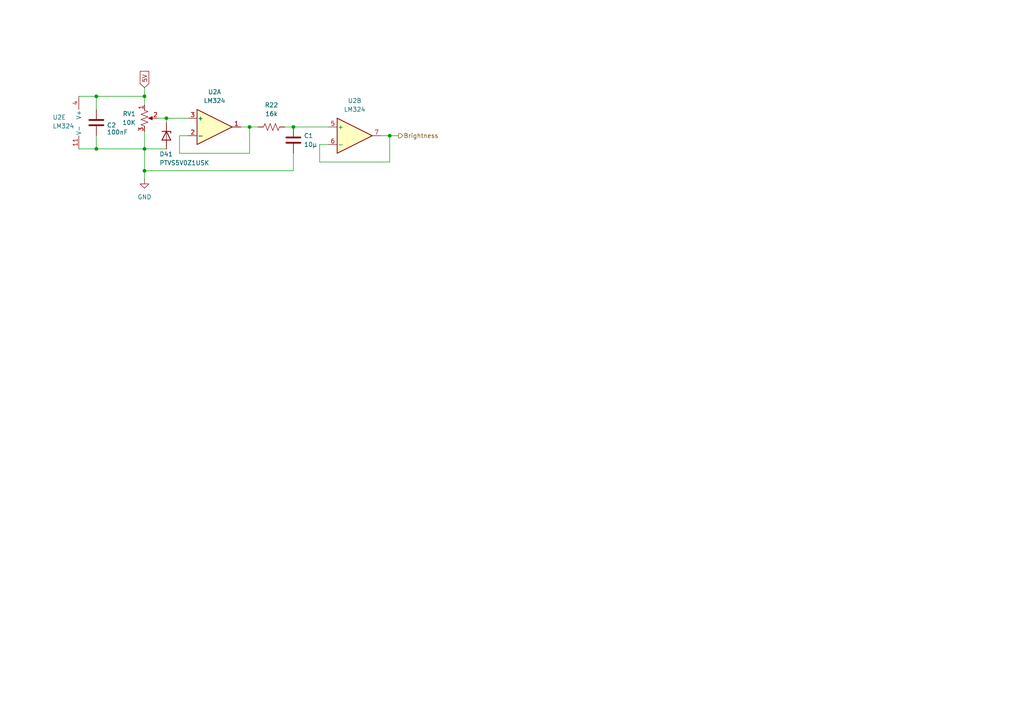
<source format=kicad_sch>
(kicad_sch (version 20231120) (generator "eeschema") (generator_version "8.0")
  (paper "A4")
  (title_block (date "2024-04-01") (rev "1"))
  (lib_symbols
    (symbol "Amplifier_Operational:LM324" (pin_names (offset 0.127))
      (property "Reference" "U" (at 0 5.08 0))
      (property "Value" "LM324" (at 0 -5.08 0))
      (symbol "LM324_1_1"
        (polyline (pts (xy -5.08 5.08) (xy 5.08 0) (xy -5.08 -5.08) (xy -5.08 5.08)) (stroke (width 0.254)) (fill (type background)))
        (pin output line (at 7.62 0 180) (length 2.54) (name "~") (number "1"))
        (pin input line (at -7.62 -2.54 0) (length 2.54) (name "-") (number "2"))
        (pin input line (at -7.62 2.54 0) (length 2.54) (name "+") (number "3"))
      )
      (symbol "LM324_2_1"
        (polyline (pts (xy -5.08 5.08) (xy 5.08 0) (xy -5.08 -5.08) (xy -5.08 5.08)) (stroke (width 0.254)) (fill (type background)))
        (pin input line (at -7.62 2.54 0) (length 2.54) (name "+") (number "5"))
        (pin input line (at -7.62 -2.54 0) (length 2.54) (name "-") (number "6"))
        (pin output line (at 7.62 0 180) (length 2.54) (name "~") (number "7"))
      )
      (symbol "LM324_3_1"
        (polyline (pts (xy -5.08 5.08) (xy 5.08 0) (xy -5.08 -5.08) (xy -5.08 5.08)) (stroke (width 0.254)) (fill (type background)))
        (pin input line (at -7.62 2.54 0) (length 2.54) (name "+") (number "10"))
        (pin output line (at 7.62 0 180) (length 2.54) (name "~") (number "8"))
        (pin input line (at -7.62 -2.54 0) (length 2.54) (name "-") (number "9"))
      )
      (symbol "LM324_4_1"
        (polyline (pts (xy -5.08 5.08) (xy 5.08 0) (xy -5.08 -5.08) (xy -5.08 5.08)) (stroke (width 0.254)) (fill (type background)))
        (pin input line (at -7.62 2.54 0) (length 2.54) (name "+") (number "12"))
        (pin input line (at -7.62 -2.54 0) (length 2.54) (name "-") (number "13"))
        (pin output line (at 7.62 0 180) (length 2.54) (name "~") (number "14"))
      )
      (symbol "LM324_5_1"
        (pin power_in line (at -2.54 -7.62 90) (length 3.81) (name "V-") (number "11"))
        (pin power_in line (at -2.54 7.62 270) (length 3.81) (name "V+") (number "4"))
      )
    )
    (symbol "Device:C" (pin_numbers hide) (pin_names (offset 0.254))
      (property "Reference" "C" (at 0.635 2.54 0))
      (property "Value" "C" (at 0.635 -2.54 0))
      (symbol "C_0_1"
        (polyline (pts (xy -2.032 -0.762) (xy 2.032 -0.762)) (stroke (width 0.508)))
        (polyline (pts (xy -2.032 0.762) (xy 2.032 0.762)) (stroke (width 0.508)))
      )
      (symbol "C_1_1"
        (pin passive line (at 0 3.81 270) (length 2.794) (name "~") (number "1"))
        (pin passive line (at 0 -3.81 90) (length 2.794) (name "~") (number "2"))
      )
    )
    (symbol "Device:R_Potentiometer_US" (pin_names (offset 1.016) hide)
      (property "Reference" "RV" (at -4.445 0 90))
      (property "Value" "R_Potentiometer_US" (at -2.54 0 90))
      (symbol "R_Potentiometer_US_0_1"
        (polyline (pts (xy 0 -2.286) (xy 0 -2.54)))
        (polyline (pts (xy 0 2.54) (xy 0 2.286)))
        (polyline (pts (xy 2.54 0) (xy 1.524 0)))
        (polyline (pts (xy 1.143 0) (xy 2.286 0.508) (xy 2.286 -0.508) (xy 1.143 0)) (fill (type outline)))
        (polyline (pts (xy 0 -0.762) (xy 1.016 -1.143) (xy 0 -1.524) (xy -1.016 -1.905) (xy 0 -2.286)))
        (polyline (pts (xy 0 0.762) (xy 1.016 0.381) (xy 0 0) (xy -1.016 -0.381) (xy 0 -0.762)))
        (polyline (pts (xy 0 2.286) (xy 1.016 1.905) (xy 0 1.524) (xy -1.016 1.143) (xy 0 0.762)))
      )
      (symbol "R_Potentiometer_US_1_1"
        (pin passive line (at 0 3.81 270) (length 1.27) (name "1") (number "1"))
        (pin passive line (at 3.81 0 180) (length 1.27) (name "2") (number "2"))
        (pin passive line (at 0 -3.81 90) (length 1.27) (name "3") (number "3"))
      )
    )
    (symbol "Device:R_US" (pin_numbers hide) (pin_names (offset 0))
      (property "Reference" "R" (at 2.54 0 90))
      (property "Value" "R_US" (at -2.54 0 90))
      (symbol "R_US_0_1"
        (polyline (pts (xy 0 -2.286) (xy 0 -2.54)))
        (polyline (pts (xy 0 2.286) (xy 0 2.54)))
        (polyline (pts (xy 0 -0.762) (xy 1.016 -1.143) (xy 0 -1.524) (xy -1.016 -1.905) (xy 0 -2.286)))
        (polyline (pts (xy 0 0.762) (xy 1.016 0.381) (xy 0 0) (xy -1.016 -0.381) (xy 0 -0.762)))
        (polyline (pts (xy 0 2.286) (xy 1.016 1.905) (xy 0 1.524) (xy -1.016 1.143) (xy 0 0.762)))
      )
      (symbol "R_US_1_1"
        (pin passive line (at 0 3.81 270) (length 1.27) (name "~") (number "1"))
        (pin passive line (at 0 -3.81 90) (length 1.27) (name "~") (number "2"))
      )
    )
    (symbol "Diode:PTVS5V0Z1USK" (pin_numbers hide) (pin_names hide)
      (property "Reference" "D" (at 0 2.54 0))
      (property "Value" "PTVS5V0Z1USK" (at 0 -2.54 0))
      (symbol "PTVS5V0Z1USK_0_1"
        (polyline (pts (xy 1.27 0) (xy -1.27 0)))
        (polyline (pts (xy -1.27 -1.27) (xy -1.27 1.27) (xy -0.762 1.27)) (stroke (width 0.254)))
        (polyline (pts (xy 1.27 -1.27) (xy 1.27 1.27) (xy -1.27 0) (xy 1.27 -1.27)) (stroke (width 0.254)))
      )
      (symbol "PTVS5V0Z1USK_1_1"
        (pin passive line (at -3.81 0 0) (length 2.54) (name "K") (number "1"))
        (pin passive line (at 3.81 0 180) (length 2.54) (name "A") (number "2"))
      )
    )
    (symbol "power:GND" (power) (pin_numbers hide) (pin_names (offset 0) hide)
      (property "Value" "GND" (at 0 -3.81 0))
      (symbol "GND_0_1"
        (polyline (pts (xy 0 0) (xy 0 -1.27) (xy 1.27 -1.27) (xy 0 -2.54) (xy -1.27 -1.27) (xy 0 -1.27)))
      )
      (symbol "GND_1_1"
        (pin power_in line (at 0 0 270) (length 0) (name "~") (number "1"))
      )
    )
  )
  (junction (at 41.91 27.94))
  (junction (at 85.09 36.83))
  (junction (at 113.03 39.37))
  (junction (at 41.91 43.18))
  (junction (at 72.39 36.83))
  (junction (at 27.94 43.18))
  (junction (at 27.94 27.94))
  (junction (at 41.91 49.53))
  (junction (at 48.26 34.29))
  (wire (pts (xy 41.91 27.94) (xy 41.91 30.48)))
  (wire (pts (xy 45.72 34.29) (xy 48.26 34.29)))
  (wire (pts (xy 22.86 43.18) (xy 27.94 43.18)))
  (wire (pts (xy 92.71 46.99) (xy 113.03 46.99)))
  (wire (pts (xy 41.91 43.18) (xy 48.26 43.18)))
  (wire (pts (xy 48.26 34.29) (xy 48.26 35.56)))
  (wire (pts (xy 41.91 49.53) (xy 85.09 49.53)))
  (wire (pts (xy 52.07 44.45) (xy 72.39 44.45)))
  (wire (pts (xy 27.94 43.18) (xy 41.91 43.18)))
  (wire (pts (xy 82.55 36.83) (xy 85.09 36.83)))
  (wire (pts (xy 48.26 34.29) (xy 54.61 34.29)))
  (wire (pts (xy 85.09 36.83) (xy 95.25 36.83)))
  (wire (pts (xy 113.03 46.99) (xy 113.03 39.37)))
  (wire (pts (xy 113.03 39.37) (xy 115.57 39.37)))
  (wire (pts (xy 27.94 27.94) (xy 41.91 27.94)))
  (wire (pts (xy 72.39 36.83) (xy 74.93 36.83)))
  (wire (pts (xy 41.91 25.4) (xy 41.91 27.94)))
  (wire (pts (xy 92.71 41.91) (xy 92.71 46.99)))
  (wire (pts (xy 41.91 49.53) (xy 41.91 43.18)))
  (wire (pts (xy 27.94 39.37) (xy 27.94 43.18)))
  (wire (pts (xy 27.94 27.94) (xy 27.94 31.75)))
  (wire (pts (xy 41.91 52.07) (xy 41.91 49.53)))
  (wire (pts (xy 22.86 27.94) (xy 27.94 27.94)))
  (wire (pts (xy 72.39 36.83) (xy 69.85 36.83)))
  (wire (pts (xy 95.25 41.91) (xy 92.71 41.91)))
  (wire (pts (xy 52.07 39.37) (xy 52.07 44.45)))
  (wire (pts (xy 85.09 49.53) (xy 85.09 44.45)))
  (wire (pts (xy 54.61 39.37) (xy 52.07 39.37)))
  (wire (pts (xy 113.03 39.37) (xy 110.49 39.37)))
  (wire (pts (xy 72.39 44.45) (xy 72.39 36.83)))
  (wire (pts (xy 41.91 43.18) (xy 41.91 38.1)))
  (global_label "5V" (shape input) (at 41.91 25.4 90) (property "Intersheetrefs" "${INTERSHEET_REFS}" (effects (hide yes))))
  (hierarchical_label "Brightness" (shape output) (at 115.57 39.37 0))
  (symbol (lib_id "Amplifier_Operational:LM324") (at 25.4 35.56 0) (unit 5)
    (property "Reference" "U2" (at 15.24 34.036 0) (effects (justify left)))
    (property "Value" "LM324" (at 15.24 36.576 0) (effects (justify left)))
    (property "Footprint" "Package_DIP:DIP-14_W7.62mm" (effects (hide yes)))
    (property "Datasheet" "http://www.ti.com/lit/ds/symlink/lm2902-n.pdf" (effects (hide yes)))
    (property "Description" "Low-Power, Quad-Operational Amplifiers, DIP-14/SOIC-14/SSOP-14" (effects (hide yes)))
    (property "Digikey PN" "296-1391-5-ND" (effects (hide yes)))
  )
  (symbol (lib_id "Device:R_Potentiometer_US") (at 41.91 34.29 0) (unit 1)
    (property "Reference" "RV1" (at 39.37 33.0199 0) (effects (justify right)))
    (property "Value" "10K" (at 39.37 35.5599 0) (effects (justify right)))
    (property "Footprint" "Potentiometer_THT:Potentiometer_TT_P0915N" (effects (hide yes)))
    (property "Description" "Potentiometer, US symbol" (effects (hide yes)))
  )
  (symbol (lib_id "power:GND") (at 41.91 52.07 0) (unit 1)
    (property "Reference" "#PWR01" (effects (hide yes)))
    (property "Value" "GND" (at 41.91 57.15 0))
    (property "Description" "Power symbol creates a global label with name \"GND\" , ground" (effects (hide yes)))
  )
  (symbol (lib_id "Device:C") (at 85.09 40.64 0) (unit 1)
    (property "Reference" "C1" (at 88.138 39.37 0) (effects (justify left)))
    (property "Value" "10µ" (at 88.138 41.91 0) (effects (justify left)))
    (property "Footprint" "Capacitor_SMD:C_0805_2012Metric" (effects (hide yes)))
    (property "Description" "Unpolarized capacitor" (effects (hide yes)))
  )
  (symbol (lib_id "Device:C") (at 27.94 35.56 0) (unit 1)
    (property "Reference" "C2" (at 30.988 36.322 0) (effects (justify left)))
    (property "Value" "100nF" (at 30.988 38.354 0) (effects (justify left)))
    (property "Footprint" "Capacitor_SMD:C_0805_2012Metric" (effects (hide yes)))
    (property "Description" "Unpolarized capacitor" (effects (hide yes)))
  )
  (symbol (lib_id "Amplifier_Operational:LM324") (at 102.87 39.37 0) (unit 2)
    (property "Reference" "U2" (at 102.87 29.21 0))
    (property "Value" "LM324" (at 102.87 31.75 0))
    (property "Footprint" "Package_DIP:DIP-14_W7.62mm" (effects (hide yes)))
    (property "Datasheet" "http://www.ti.com/lit/ds/symlink/lm2902-n.pdf" (effects (hide yes)))
    (property "Description" "Low-Power, Quad-Operational Amplifiers, DIP-14/SOIC-14/SSOP-14" (effects (hide yes)))
    (property "Digikey PN" "296-1391-5-ND" (effects (hide yes)))
  )
  (symbol (lib_id "Amplifier_Operational:LM324") (at 62.23 36.83 0) (unit 1)
    (property "Reference" "U2" (at 62.23 26.67 0))
    (property "Value" "LM324" (at 62.23 29.21 0))
    (property "Footprint" "Package_DIP:DIP-14_W7.62mm" (effects (hide yes)))
    (property "Datasheet" "http://www.ti.com/lit/ds/symlink/lm2902-n.pdf" (effects (hide yes)))
    (property "Description" "Low-Power, Quad-Operational Amplifiers, DIP-14/SOIC-14/SSOP-14" (effects (hide yes)))
    (property "Digikey PN" "296-1391-5-ND" (effects (hide yes)))
  )
  (symbol (lib_id "Diode:PTVS5V0Z1USK") (at 48.26 39.37 270) (unit 1)
    (property "Reference" "D41" (at 46.228 44.704 90) (effects (justify left)))
    (property "Value" "PTVS5V0Z1USK" (at 46.228 47.244 90) (effects (justify left)))
    (property "Footprint" "Diode_SMD:Nexperia_DSN1608-2_1.6x0.8mm" (effects (hide yes)))
    (property "Datasheet" "https://assets.nexperia.com/documents/data-sheet/PTVS5V0Z1USK.pdf" (effects (hide yes)))
    (property "Description" "5V, 1200W TVS unidirectional diode, DSN1608-2" (effects (hide yes)))
  )
  (symbol (lib_id "Device:R_US") (at 78.74 36.83 90) (unit 1)
    (property "Reference" "R22" (at 78.74 30.48 90))
    (property "Value" "16k" (at 78.74 33.02 90))
    (property "Footprint" "Resistor_SMD:R_0805_2012Metric" (effects (hide yes)))
    (property "Description" "Resistor, US symbol" (effects (hide yes)))
  )
)
</source>
